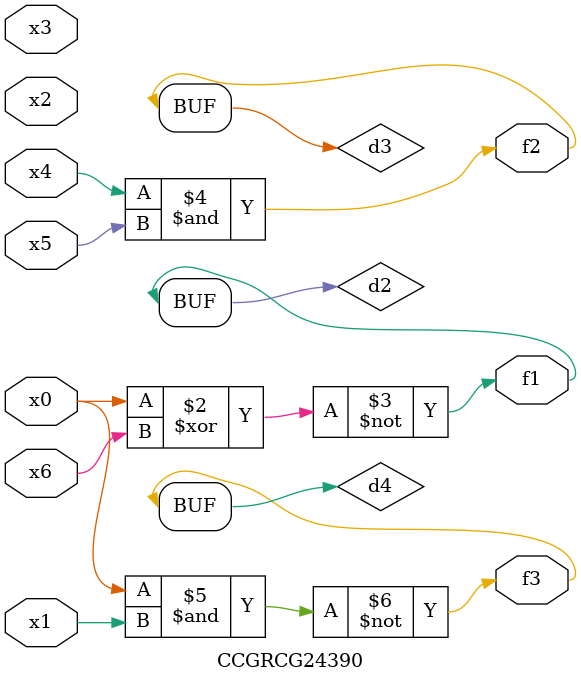
<source format=v>
module CCGRCG24390(
	input x0, x1, x2, x3, x4, x5, x6,
	output f1, f2, f3
);

	wire d1, d2, d3, d4;

	nor (d1, x0);
	xnor (d2, x0, x6);
	and (d3, x4, x5);
	nand (d4, x0, x1);
	assign f1 = d2;
	assign f2 = d3;
	assign f3 = d4;
endmodule

</source>
